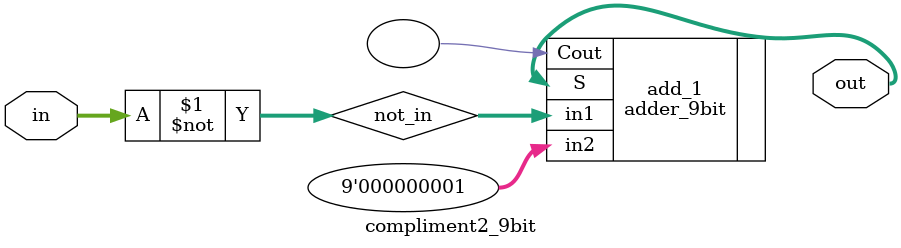
<source format=v>
module compliment2_10bit(in, out);

input	[9:0]	in;
output	[9:0]	out;

wire	[9:0]	not_in;

assign not_in = ~in;

adder_10bit add_1(.in1(not_in), .in2(10'd1), .S(out), .Cout());
endmodule

//////////////////////////////////////////////////////////////////////

module compliment2_9bit(in, out);

input	[8:0]	in;
output	[8:0]	out;

wire	[8:0]	not_in;

assign not_in = ~in;

adder_9bit add_1(.in1(not_in), .in2(9'd1), .S(out), .Cout());
endmodule

</source>
